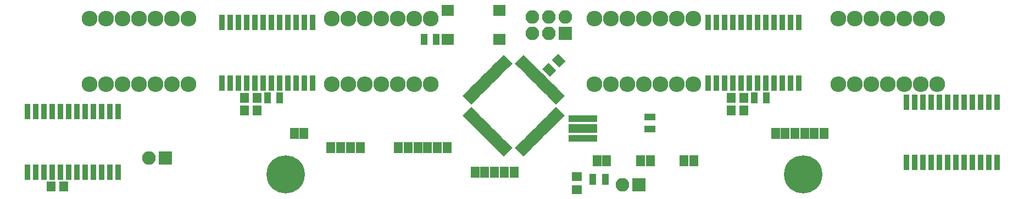
<source format=gbr>
G04 #@! TF.FileFunction,Soldermask,Bot*
%FSLAX46Y46*%
G04 Gerber Fmt 4.6, Leading zero omitted, Abs format (unit mm)*
G04 Created by KiCad (PCBNEW 4.0.4+e1-6308~48~ubuntu14.04.1-stable) date Mon Nov 27 13:47:36 2017*
%MOMM*%
%LPD*%
G01*
G04 APERTURE LIST*
%ADD10C,0.100000*%
%ADD11R,1.650000X1.400000*%
%ADD12R,1.400000X1.650000*%
%ADD13R,1.100000X1.700000*%
%ADD14C,5.900000*%
%ADD15R,1.950000X1.700000*%
%ADD16R,1.400000X1.700000*%
%ADD17R,4.500000X1.100000*%
%ADD18R,4.500000X1.400000*%
%ADD19R,2.100000X2.100000*%
%ADD20O,2.100000X2.100000*%
%ADD21R,0.933000X2.381000*%
%ADD22O,2.432000X2.432000*%
%ADD23R,1.700000X1.100000*%
G04 APERTURE END LIST*
D10*
D11*
X185750000Y-127200000D03*
X185750000Y-129200000D03*
D12*
X136500000Y-115000000D03*
X134500000Y-115000000D03*
X211500000Y-115000000D03*
X209500000Y-115000000D03*
D13*
X164100000Y-105950000D03*
X162200000Y-105950000D03*
X138050000Y-115000000D03*
X139950000Y-115000000D03*
X213050000Y-115000000D03*
X214950000Y-115000000D03*
D10*
G36*
X177537958Y-108283437D02*
X178209709Y-108955188D01*
X176866206Y-110298691D01*
X176194455Y-109626940D01*
X177537958Y-108283437D01*
X177537958Y-108283437D01*
G37*
G36*
X178103643Y-108849123D02*
X178775394Y-109520874D01*
X177431891Y-110864377D01*
X176760140Y-110192626D01*
X178103643Y-108849123D01*
X178103643Y-108849123D01*
G37*
G36*
X178669328Y-109414808D02*
X179341079Y-110086559D01*
X177997576Y-111430062D01*
X177325825Y-110758311D01*
X178669328Y-109414808D01*
X178669328Y-109414808D01*
G37*
G36*
X179235014Y-109980493D02*
X179906765Y-110652244D01*
X178563262Y-111995747D01*
X177891511Y-111323996D01*
X179235014Y-109980493D01*
X179235014Y-109980493D01*
G37*
G36*
X179800699Y-110546179D02*
X180472450Y-111217930D01*
X179128947Y-112561433D01*
X178457196Y-111889682D01*
X179800699Y-110546179D01*
X179800699Y-110546179D01*
G37*
G36*
X180366385Y-111111864D02*
X181038136Y-111783615D01*
X179694633Y-113127118D01*
X179022882Y-112455367D01*
X180366385Y-111111864D01*
X180366385Y-111111864D01*
G37*
G36*
X180932070Y-111677550D02*
X181603821Y-112349301D01*
X180260318Y-113692804D01*
X179588567Y-113021053D01*
X180932070Y-111677550D01*
X180932070Y-111677550D01*
G37*
G36*
X181497756Y-112243235D02*
X182169507Y-112914986D01*
X180826004Y-114258489D01*
X180154253Y-113586738D01*
X181497756Y-112243235D01*
X181497756Y-112243235D01*
G37*
G36*
X182063441Y-112808921D02*
X182735192Y-113480672D01*
X181391689Y-114824175D01*
X180719938Y-114152424D01*
X182063441Y-112808921D01*
X182063441Y-112808921D01*
G37*
G36*
X182629126Y-113374606D02*
X183300877Y-114046357D01*
X181957374Y-115389860D01*
X181285623Y-114718109D01*
X182629126Y-113374606D01*
X182629126Y-113374606D01*
G37*
G36*
X183194812Y-113940291D02*
X183866563Y-114612042D01*
X182523060Y-115955545D01*
X181851309Y-115283794D01*
X183194812Y-113940291D01*
X183194812Y-113940291D01*
G37*
G36*
X183866563Y-117687958D02*
X183194812Y-118359709D01*
X181851309Y-117016206D01*
X182523060Y-116344455D01*
X183866563Y-117687958D01*
X183866563Y-117687958D01*
G37*
G36*
X183300877Y-118253643D02*
X182629126Y-118925394D01*
X181285623Y-117581891D01*
X181957374Y-116910140D01*
X183300877Y-118253643D01*
X183300877Y-118253643D01*
G37*
G36*
X182735192Y-118819328D02*
X182063441Y-119491079D01*
X180719938Y-118147576D01*
X181391689Y-117475825D01*
X182735192Y-118819328D01*
X182735192Y-118819328D01*
G37*
G36*
X182169507Y-119385014D02*
X181497756Y-120056765D01*
X180154253Y-118713262D01*
X180826004Y-118041511D01*
X182169507Y-119385014D01*
X182169507Y-119385014D01*
G37*
G36*
X181603821Y-119950699D02*
X180932070Y-120622450D01*
X179588567Y-119278947D01*
X180260318Y-118607196D01*
X181603821Y-119950699D01*
X181603821Y-119950699D01*
G37*
G36*
X181038136Y-120516385D02*
X180366385Y-121188136D01*
X179022882Y-119844633D01*
X179694633Y-119172882D01*
X181038136Y-120516385D01*
X181038136Y-120516385D01*
G37*
G36*
X180472450Y-121082070D02*
X179800699Y-121753821D01*
X178457196Y-120410318D01*
X179128947Y-119738567D01*
X180472450Y-121082070D01*
X180472450Y-121082070D01*
G37*
G36*
X179906765Y-121647756D02*
X179235014Y-122319507D01*
X177891511Y-120976004D01*
X178563262Y-120304253D01*
X179906765Y-121647756D01*
X179906765Y-121647756D01*
G37*
G36*
X179341079Y-122213441D02*
X178669328Y-122885192D01*
X177325825Y-121541689D01*
X177997576Y-120869938D01*
X179341079Y-122213441D01*
X179341079Y-122213441D01*
G37*
G36*
X178775394Y-122779126D02*
X178103643Y-123450877D01*
X176760140Y-122107374D01*
X177431891Y-121435623D01*
X178775394Y-122779126D01*
X178775394Y-122779126D01*
G37*
G36*
X178209709Y-123344812D02*
X177537958Y-124016563D01*
X176194455Y-122673060D01*
X176866206Y-122001309D01*
X178209709Y-123344812D01*
X178209709Y-123344812D01*
G37*
G36*
X175133794Y-122001309D02*
X175805545Y-122673060D01*
X174462042Y-124016563D01*
X173790291Y-123344812D01*
X175133794Y-122001309D01*
X175133794Y-122001309D01*
G37*
G36*
X174568109Y-121435623D02*
X175239860Y-122107374D01*
X173896357Y-123450877D01*
X173224606Y-122779126D01*
X174568109Y-121435623D01*
X174568109Y-121435623D01*
G37*
G36*
X174002424Y-120869938D02*
X174674175Y-121541689D01*
X173330672Y-122885192D01*
X172658921Y-122213441D01*
X174002424Y-120869938D01*
X174002424Y-120869938D01*
G37*
G36*
X173436738Y-120304253D02*
X174108489Y-120976004D01*
X172764986Y-122319507D01*
X172093235Y-121647756D01*
X173436738Y-120304253D01*
X173436738Y-120304253D01*
G37*
G36*
X172871053Y-119738567D02*
X173542804Y-120410318D01*
X172199301Y-121753821D01*
X171527550Y-121082070D01*
X172871053Y-119738567D01*
X172871053Y-119738567D01*
G37*
G36*
X172305367Y-119172882D02*
X172977118Y-119844633D01*
X171633615Y-121188136D01*
X170961864Y-120516385D01*
X172305367Y-119172882D01*
X172305367Y-119172882D01*
G37*
G36*
X171739682Y-118607196D02*
X172411433Y-119278947D01*
X171067930Y-120622450D01*
X170396179Y-119950699D01*
X171739682Y-118607196D01*
X171739682Y-118607196D01*
G37*
G36*
X171173996Y-118041511D02*
X171845747Y-118713262D01*
X170502244Y-120056765D01*
X169830493Y-119385014D01*
X171173996Y-118041511D01*
X171173996Y-118041511D01*
G37*
G36*
X170608311Y-117475825D02*
X171280062Y-118147576D01*
X169936559Y-119491079D01*
X169264808Y-118819328D01*
X170608311Y-117475825D01*
X170608311Y-117475825D01*
G37*
G36*
X170042626Y-116910140D02*
X170714377Y-117581891D01*
X169370874Y-118925394D01*
X168699123Y-118253643D01*
X170042626Y-116910140D01*
X170042626Y-116910140D01*
G37*
G36*
X169476940Y-116344455D02*
X170148691Y-117016206D01*
X168805188Y-118359709D01*
X168133437Y-117687958D01*
X169476940Y-116344455D01*
X169476940Y-116344455D01*
G37*
G36*
X170148691Y-115283794D02*
X169476940Y-115955545D01*
X168133437Y-114612042D01*
X168805188Y-113940291D01*
X170148691Y-115283794D01*
X170148691Y-115283794D01*
G37*
G36*
X170714377Y-114718109D02*
X170042626Y-115389860D01*
X168699123Y-114046357D01*
X169370874Y-113374606D01*
X170714377Y-114718109D01*
X170714377Y-114718109D01*
G37*
G36*
X171280062Y-114152424D02*
X170608311Y-114824175D01*
X169264808Y-113480672D01*
X169936559Y-112808921D01*
X171280062Y-114152424D01*
X171280062Y-114152424D01*
G37*
G36*
X171845747Y-113586738D02*
X171173996Y-114258489D01*
X169830493Y-112914986D01*
X170502244Y-112243235D01*
X171845747Y-113586738D01*
X171845747Y-113586738D01*
G37*
G36*
X172411433Y-113021053D02*
X171739682Y-113692804D01*
X170396179Y-112349301D01*
X171067930Y-111677550D01*
X172411433Y-113021053D01*
X172411433Y-113021053D01*
G37*
G36*
X172977118Y-112455367D02*
X172305367Y-113127118D01*
X170961864Y-111783615D01*
X171633615Y-111111864D01*
X172977118Y-112455367D01*
X172977118Y-112455367D01*
G37*
G36*
X173542804Y-111889682D02*
X172871053Y-112561433D01*
X171527550Y-111217930D01*
X172199301Y-110546179D01*
X173542804Y-111889682D01*
X173542804Y-111889682D01*
G37*
G36*
X174108489Y-111323996D02*
X173436738Y-111995747D01*
X172093235Y-110652244D01*
X172764986Y-109980493D01*
X174108489Y-111323996D01*
X174108489Y-111323996D01*
G37*
G36*
X174674175Y-110758311D02*
X174002424Y-111430062D01*
X172658921Y-110086559D01*
X173330672Y-109414808D01*
X174674175Y-110758311D01*
X174674175Y-110758311D01*
G37*
G36*
X175239860Y-110192626D02*
X174568109Y-110864377D01*
X173224606Y-109520874D01*
X173896357Y-108849123D01*
X175239860Y-110192626D01*
X175239860Y-110192626D01*
G37*
G36*
X175805545Y-109626940D02*
X175133794Y-110298691D01*
X173790291Y-108955188D01*
X174462042Y-108283437D01*
X175805545Y-109626940D01*
X175805545Y-109626940D01*
G37*
D12*
X106700000Y-128650000D03*
X104700000Y-128650000D03*
X136500000Y-116900000D03*
X134500000Y-116900000D03*
X211500000Y-116900000D03*
X209500000Y-116900000D03*
D13*
X190100000Y-127550000D03*
X188200000Y-127550000D03*
D10*
G36*
X181581281Y-111685445D02*
X180414555Y-110518719D01*
X181404505Y-109528769D01*
X182571231Y-110695495D01*
X181581281Y-111685445D01*
X181581281Y-111685445D01*
G37*
G36*
X182995495Y-110271231D02*
X181828769Y-109104505D01*
X182818719Y-108114555D01*
X183985445Y-109281281D01*
X182995495Y-110271231D01*
X182995495Y-110271231D01*
G37*
D14*
X140900000Y-126800000D03*
X220600000Y-126800000D03*
D15*
X173775000Y-101400000D03*
X165825000Y-101400000D03*
X173775000Y-105900000D03*
X165825000Y-105900000D03*
D16*
X143700000Y-120500000D03*
X142200000Y-120500000D03*
X147850000Y-122700000D03*
X149350000Y-122700000D03*
X152350000Y-122700000D03*
X150850000Y-122700000D03*
X158250000Y-122700000D03*
X159750000Y-122700000D03*
X161250000Y-122700000D03*
X162750000Y-122700000D03*
X165750000Y-122700000D03*
X164250000Y-122700000D03*
X190350000Y-124700000D03*
X188850000Y-124700000D03*
X203750000Y-124700000D03*
X202250000Y-124700000D03*
X216350000Y-120500000D03*
X217850000Y-120500000D03*
X219350000Y-120500000D03*
X220850000Y-120500000D03*
X223850000Y-120500000D03*
X222350000Y-120500000D03*
X170050000Y-126450000D03*
X171550000Y-126450000D03*
X173050000Y-126450000D03*
X176050000Y-126450000D03*
X174550000Y-126450000D03*
D17*
X186700000Y-121200000D03*
X186700000Y-118200000D03*
D18*
X186700000Y-119700000D03*
D19*
X122300000Y-124250000D03*
D20*
X119760000Y-124250000D03*
D19*
X195300000Y-128400000D03*
D20*
X192760000Y-128400000D03*
D19*
X183950000Y-105000000D03*
D20*
X183950000Y-102460000D03*
X181410000Y-105000000D03*
X181410000Y-102460000D03*
X178870000Y-105000000D03*
X178870000Y-102460000D03*
D21*
X236515000Y-115613500D03*
X237785000Y-115613500D03*
X239055000Y-115613500D03*
X240325000Y-115613500D03*
X241595000Y-115613500D03*
X242865000Y-115613500D03*
X250485000Y-115613500D03*
X249215000Y-115613500D03*
X247945000Y-115613500D03*
X246675000Y-115613500D03*
X245405000Y-115613500D03*
X244135000Y-115613500D03*
X250485000Y-124986500D03*
X249215000Y-124986500D03*
X247945000Y-124986500D03*
X246675000Y-124986500D03*
X245405000Y-124986500D03*
X236515000Y-124986500D03*
X237785000Y-124986500D03*
X239055000Y-124986500D03*
X240325000Y-124986500D03*
X241595000Y-124986500D03*
X242865000Y-124986500D03*
X244135000Y-124986500D03*
X206015000Y-103313500D03*
X207285000Y-103313500D03*
X208555000Y-103313500D03*
X209825000Y-103313500D03*
X211095000Y-103313500D03*
X212365000Y-103313500D03*
X219985000Y-103313500D03*
X218715000Y-103313500D03*
X217445000Y-103313500D03*
X216175000Y-103313500D03*
X214905000Y-103313500D03*
X213635000Y-103313500D03*
X219985000Y-112686500D03*
X218715000Y-112686500D03*
X217445000Y-112686500D03*
X216175000Y-112686500D03*
X214905000Y-112686500D03*
X206015000Y-112686500D03*
X207285000Y-112686500D03*
X208555000Y-112686500D03*
X209825000Y-112686500D03*
X211095000Y-112686500D03*
X212365000Y-112686500D03*
X213635000Y-112686500D03*
X131015000Y-103313500D03*
X132285000Y-103313500D03*
X133555000Y-103313500D03*
X134825000Y-103313500D03*
X136095000Y-103313500D03*
X137365000Y-103313500D03*
X144985000Y-103313500D03*
X143715000Y-103313500D03*
X142445000Y-103313500D03*
X141175000Y-103313500D03*
X139905000Y-103313500D03*
X138635000Y-103313500D03*
X144985000Y-112686500D03*
X143715000Y-112686500D03*
X142445000Y-112686500D03*
X141175000Y-112686500D03*
X139905000Y-112686500D03*
X131015000Y-112686500D03*
X132285000Y-112686500D03*
X133555000Y-112686500D03*
X134825000Y-112686500D03*
X136095000Y-112686500D03*
X137365000Y-112686500D03*
X138635000Y-112686500D03*
X101065000Y-117113500D03*
X102335000Y-117113500D03*
X103605000Y-117113500D03*
X104875000Y-117113500D03*
X106145000Y-117113500D03*
X107415000Y-117113500D03*
X115035000Y-117113500D03*
X113765000Y-117113500D03*
X112495000Y-117113500D03*
X111225000Y-117113500D03*
X109955000Y-117113500D03*
X108685000Y-117113500D03*
X115035000Y-126486500D03*
X113765000Y-126486500D03*
X112495000Y-126486500D03*
X111225000Y-126486500D03*
X109955000Y-126486500D03*
X101065000Y-126486500D03*
X102335000Y-126486500D03*
X103605000Y-126486500D03*
X104875000Y-126486500D03*
X106145000Y-126486500D03*
X107415000Y-126486500D03*
X108685000Y-126486500D03*
D22*
X125920000Y-112880000D03*
X123380000Y-112880000D03*
X120840000Y-112880000D03*
X118300000Y-112880000D03*
X115760000Y-112880000D03*
X113220000Y-112880000D03*
X110680000Y-112880000D03*
X125920000Y-102720000D03*
X123380000Y-102720000D03*
X120840000Y-102720000D03*
X110680000Y-102720000D03*
X113220000Y-102720000D03*
X115760000Y-102720000D03*
X118300000Y-102720000D03*
X163220000Y-112880000D03*
X160680000Y-112880000D03*
X158140000Y-112880000D03*
X155600000Y-112880000D03*
X153060000Y-112880000D03*
X150520000Y-112880000D03*
X147980000Y-112880000D03*
X163220000Y-102720000D03*
X160680000Y-102720000D03*
X158140000Y-102720000D03*
X147980000Y-102720000D03*
X150520000Y-102720000D03*
X153060000Y-102720000D03*
X155600000Y-102720000D03*
X203670000Y-112880000D03*
X201130000Y-112880000D03*
X198590000Y-112880000D03*
X196050000Y-112880000D03*
X193510000Y-112880000D03*
X190970000Y-112880000D03*
X188430000Y-112880000D03*
X203670000Y-102720000D03*
X201130000Y-102720000D03*
X198590000Y-102720000D03*
X188430000Y-102720000D03*
X190970000Y-102720000D03*
X193510000Y-102720000D03*
X196050000Y-102720000D03*
X241270000Y-112880000D03*
X238730000Y-112880000D03*
X236190000Y-112880000D03*
X233650000Y-112880000D03*
X231110000Y-112880000D03*
X228570000Y-112880000D03*
X226030000Y-112880000D03*
X241270000Y-102720000D03*
X238730000Y-102720000D03*
X236190000Y-102720000D03*
X226030000Y-102720000D03*
X228570000Y-102720000D03*
X231110000Y-102720000D03*
X233650000Y-102720000D03*
D16*
X197050000Y-124700000D03*
X195550000Y-124700000D03*
D23*
X197000000Y-117900000D03*
X197000000Y-119800000D03*
M02*

</source>
